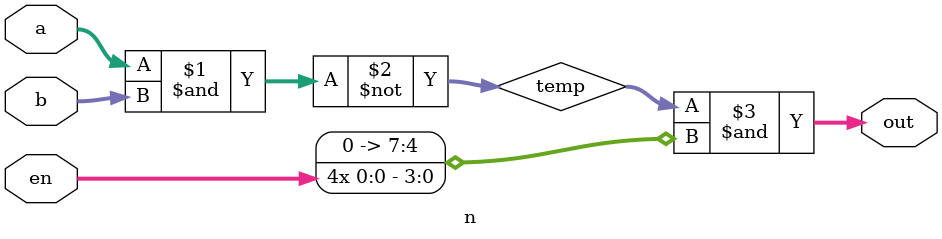
<source format=v>
`timescale 1ns / 1ps


module	n(input	en,	input	[3:0]	a,	input	[3:0]	b,	output[7:0]	out
    );
    
    
    wire [3:0] temp;
    
    assign temp = ~(a & b);
    
   assign out = temp & {4{en}};     
    
endmodule

</source>
